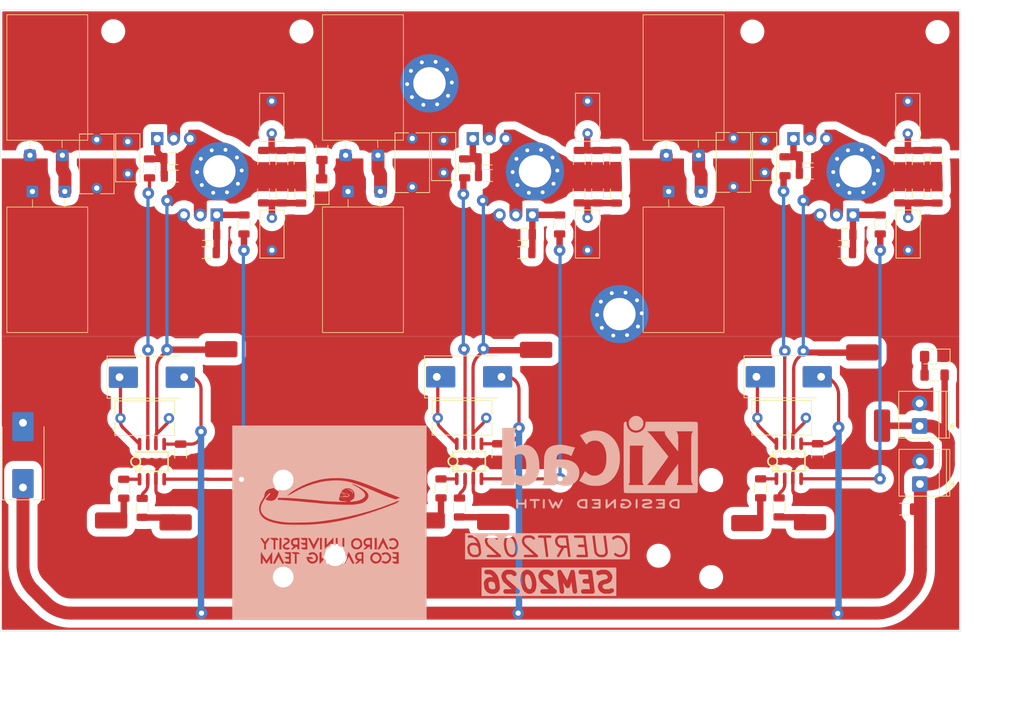
<source format=kicad_pcb>
(kicad_pcb (version 20241229) (generator "pcbnew") (generator_version "9.0")
  (layers (0 "F.Cu" signal) (2 "B.Cu" signal) (13 "F.Paste" user) (15 "B.Paste" user) (5 "F.SilkS" user "F.Silkscreen") (7 "B.SilkS" user "B.Silkscreen") (1 "F.Mask" user) (3 "B.Mask" user) (25 "Edge.Cuts" user))
  (net 0 "")
  (net 1 "+12V")
  (net 2 "VDCH")
  (net 3 "Net-(Q2-G)")
  (net 4 "Net-(Q1-G)")
  (net 5 "Net-(Q4-G)")
  (net 6 "Net-(Q3-G)")
  (net 7 "Net-(Q6-G)")
  (net 8 "Net-(Q5-G)")
  (net 9 "Net-(U3-IN)")
  (net 10 "Net-(U3-~{SD})")
  (net 11 "Net-(D4-K)")
  (net 12 "Net-(D3-A)")
  (net 13 "Net-(D5-K)")
  (net 14 "Net-(C10-Pad2)")
  (net 15 "Net-(C11-Pad1)")
  (net 16 "GND")
  (net 17 "/PhaseA")
  (net 18 "/PhaseB")
  (net 19 "/PhaseC")
  (net 20 "/A_IN")
  (net 21 "/A_nSD")
  (net 22 "/B_IN")
  (net 23 "Net-(D6-K)")
  (net 24 "/B_nSD")
  (net 25 "Net-(C17-Pad2)")
  (net 26 "/C_IN")
  (net 27 "Net-(C18-Pad1)")
  (net 28 "/C_nSD")
  (net 29 "Net-(C24-Pad2)")
  (net 30 "Net-(C25-Pad1)")
  (net 31 "Net-(D2-A)")
  (net 32 "Net-(U1-IN)")
  (net 33 "Net-(U1-~{SD})")
  (net 34 "Net-(U2-IN)")
  (net 35 "Net-(U2-~{SD})")
  (net 36 "/GateDriveA/LS_GateSig")
  (net 37 "/GateDriveA/HS_GateSig")
  (net 38 "/GateDriveB/LS_GateSig")
  (net 39 "/GateDriveB/HS_GateSig")
  (net 40 "/GateDriveC/LS_GateSig")
  (net 41 "/GateDriveC/HS_GateSig")
  (footprint "Resistor_SMD:R_1206_3216Metric" (layer "F.Cu") (at 238.755056 92.4575 90)
    (property "Reference" "R7" (hide yes))
    (property "Value" "100")
  )
  (footprint "LibMain:B2B_Mount" (layer "F.Cu") (at 199.395 103.175)
    (property "Reference" "REF**" (hide yes))
    (property "Value" "B2B_Mount")
  )
  (footprint "LibMain:D5mm_WirePad" (layer "F.Cu") (at 155.055 43.449999)
    (property "Reference" "J9" (hide yes))
    (property "Value" "Screw_Terminal_01x01")
  )
  (footprint "Capacitor_THT:C_Rect_L7.2mm_W3.5mm_P5.00mm_FKS2_FKP2_MKS2_MKP2" (layer "F.Cu") (at 163.205 50.649999 -90)
    (property "Reference" "C11" (hide yes))
    (property "Value" "3.3nF")
  )
  (footprint "Resistor_SMD:R_1206_3216Metric" (layer "F.Cu") (at 266.0075 46.899999 -90)
    (property "Reference" "R38" (hide yes))
    (property "Value" "100")
  )
  (footprint "Resistor_SMD:R_1206_3216Metric" (layer "F.Cu") (at 140.297556 92.52 90)
    (property "Reference" "R3" (hide yes))
    (property "Value" "100")
  )
  (footprint "Capacitor_THT:C_Rect_L9.0mm_W5.1mm_P7.50mm_MKT" (layer "F.Cu") (at 139.795 81.625)
    (property "Reference" "C2" (hide yes))
    (property "Value" "470nF")
  )
  (footprint "LibMain:WirePad_2.5x5" (layer "F.Cu") (at 246.395 98.65)
    (property "Reference" "J21" (hide yes))
    (property "Value" "Conn_01x01_Pin")
  )
  (footprint "LibMain:CP_Radial_Horizontal_P5.00_Up" (layer "F.Cu") (at 226.858541 46.6 180)
    (property "Reference" "C27" (hide yes))
    (property "Value" "220uF")
  )
  (footprint "LibMain:WirePad_2.5x5" (layer "F.Cu") (at 197.42 98.6)
    (property "Reference" "J19" (hide yes))
    (property "Value" "Conn_01x01_Pin")
  )
  (footprint "MountingHole:MountingHole_3.2mm_M3_DIN965" (layer "F.Cu") (at 237.47 21.85)
    (property "Reference" "H2" (hide yes))
    (property "Value" "MountingHole")
  )
  (footprint "Resistor_SMD:R_1206_3216Metric" (layer "F.Cu") (at 213.545 41.699999 -90)
    (property "Reference" "R25" (hide yes))
    (property "Value" "100")
  )
  (footprint "Resistor_SMD:R_1206_3216Metric" (layer "F.Cu") (at 263.1075 46.887499 -90)
    (property "Reference" "R36" (hide yes))
    (property "Value" "100")
  )
  (footprint "TerminalBlock_Phoenix:TerminalBlock_Phoenix_PT-1,5-2-3.5-H_1x02_P3.50mm_Horizontal" (layer "F.Cu") (at 263.37 91.8 90)
    (property "Reference" "J1" (hide yes))
    (property "Value" "12V_IN")
  )
  (footprint "LibMain:CP_Radial_Horizontal_P5.00_Up" (layer "F.Cu") (at 128.506041 46.599999 180)
    (property "Reference" "C13" (hide yes))
    (property "Value" "220uF")
  )
  (footprint "Resistor_SMD:R_1206_3216Metric" (layer "F.Cu") (at 260.2575 46.874999 -90)
    (property "Reference" "R34" (hide yes))
    (property "Value" "100")
  )
  (footprint "MountingHole:MountingHole_3.2mm_M3_DIN965" (layer "F.Cu") (at 266.095 21.925)
    (property "Reference" "H4" (hide yes))
    (property "Value" "MountingHole")
  )
  (footprint "LED_SMD:LED_1206_3216Metric_Pad1.42x1.75mm_HandSolder" (layer "F.Cu") (at 265.5825 72.075 180)
    (property "Reference" "D2" (hide yes))
    (property "Value" "LED")
  )
  (footprint "LibMain:WirePad_2.5x5" (layer "F.Cu") (at 254.97 26.7)
    (property "Reference" "J7" (hide yes))
    (property "Value" "Conn_01x01_Pin")
  )
  (footprint "Resistor_SMD:R_1206_3216Metric" (layer "F.Cu") (at 158.8825 51.669999 90)
    (property "Reference" "R9" (hide yes))
    (property "Value" "25")
  )
  (footprint "Capacitor_THT:C_Rect_L9.0mm_W5.1mm_P7.50mm_MKT" (layer "F.Cu") (at 188.84 81.575)
    (property "Reference" "C4" (hide yes))
    (property "Value" "470nF")
  )
  (footprint "LibMain:CP_Radial_Horizontal_P5.00_Down" (layer "F.Cu") (at 226.583541 39.625 180)
    (property "Reference" "C28" (hide yes))
    (property "Value" "220uF")
  )
  (footprint "Capacitor_SMD:C_1206_3216Metric" (layer "F.Cu") (at 196.545 41.55)
    (property "Reference" "C16" (hide yes))
    (property "Value" "470pF")
  )
  (footprint "Resistor_SMD:R_1206_3216Metric" (layer "F.Cu") (at 265.9075 41.649999 -90)
    (property "Reference" "R37" (hide yes))
    (property "Value" "100")
  )
  (footprint "Resistor_SMD:R_1206_3216Metric" (layer "F.Cu") (at 251.485 56.019999)
    (property "Reference" "R31" (hide yes))
    (property "Value" "10k")
  )
  (footprint "Resistor_SMD:R_1206_3216Metric" (layer "F.Cu") (at 260.2825 41.687499 -90)
    (property "Reference" "R33" (hide yes))
    (property "Value" "100")
  )
  (footprint "Resistor_SMD:R_1206_3216Metric" (layer "F.Cu") (at 153.1325 56.019999)
    (property "Reference" "R11" (hide yes))
    (property "Value" "10k")
  )
  (footprint "EasyEDA:SOIC-8_L5.0-W4.0-P1.27-LS6.0-BL" (layer "F.Cu") (at 193.69 88.285)
    (property "Reference" "U2" (hide yes))
    (property "Value" "IR2184SPBF")
  )
  (footprint "Capacitor_THT:C_Rect_L9.0mm_W5.1mm_P7.50mm_MKT" (layer "F.Cu") (at 238.2525 81.5625)
    (property "Reference" "C6" (hide yes))
    (property "Value" "470nF")
  )
  (footprint "LibMain:WirePad_2.5x5" (layer "F.Cu") (at 254.47 72.4)
    (property "Reference" "J12" (hide yes))
    (property "Value" "Conn_01x01_Pin")
  )
  (footprint "Resistor_SMD:R_1206_3216Metric" (layer "F.Cu") (at 213.545 46.887499 -90)
    (property "Reference" "R26" (hide yes))
    (property "Value" "100")
  )
  (footprint "LibMain:CP_Radial_Horizontal_P5.00_Up" (layer "F.Cu") (at 177.296041 46.6 180)
    (property "Reference" "C20" (hide yes))
    (property "Value" "220uF")
  )
  (footprint "TerminalBlock_Phoenix:TerminalBlock_Phoenix_PT-1,5-2-3.5-H_1x02_P3.50mm_Horizontal" (layer "F.Cu") (at 263.32 82.825 90)
    (property "Reference" "J2" (hide yes))
    (property "Value" "12V_IN")
  )
  (footprint "Capacitor_THT:C_Rect_L7.2mm_W3.5mm_P5.00mm_FKS2_FKP2_MKS2_MKP2" (layer "F.Cu") (at 163.175 32.6 -90)
    (property "Reference" "C10" (hide yes))
    (property "Value" "3.3nF")
  )
  (footprint "LibMain:CP_Radial_Horizontal_P5.00_Down" (layer "F.Cu") (at 128.231041 39.624999 180)
    (property "Reference" "C14" (hide yes))
    (property "Value" "220uF")
  )
  (footprint "LibMain:D5mm_WirePad" (layer "F.Cu") (at 203.845 43.449999)
    (property "Reference" "J10" (hide yes))
    (property "Value" "Screw_Terminal_01x01")
  )
  (footprint "Capacitor_THT:C_Rect_L9.0mm_W5.1mm_P7.50mm_MKT" (layer "F.Cu") (at 136.125 38.55 -90)
    (property "Reference" "C12" (hide yes))
    (property "Value" "1uF")
  )
  (footprint "Diode_SMD:D_SMC-RM10_Universal_Handsoldering" (layer "F.Cu") (at 243.1025 75.2125)
    (property "Reference" "D6" (hide yes))
    (property "Value" "SS310")
  )
  (footprint "Resistor_SMD:R_1206_3216Metric" (layer "F.Cu") (at 246.195 43.75 180)
    (property "Reference" "R32" (hide yes))
    (property "Value" "10k")
  )
  (footprint "LibMain:WirePad_2.5x5" (layer "F.Cu") (at 213.32 75 90)
    (property "Reference" "J8" (hide yes))
    (property "Value" "Conn_01x01_Pin")
  )
  (footprint "Resistor_SMD:R_1206_3216Metric" (layer "F.Cu") (at 144.275 43 90)
    (property "Reference" "R10" (hide yes))
    (property "Value" "25")
  )
  (footprint "LibMain:CP_Radial_Horizontal_P5.00_Down" (layer "F.Cu") (at 177.021041 39.625 180)
    (property "Reference" "C21" (hide yes))
    (property "Value" "220uF")
  )
  (footprint "LibMain:WirePad_2.5x5" (layer "F.Cu") (at 258.47 82.775 90)
    (property "Reference" "J3" (hide yes))
    (property "Value" "Conn_01x01_Pin")
  )
  (footprint "Capacitor_THT:C_Rect_L9.0mm_W5.1mm_P7.50mm_MKT" (layer "F.Cu") (at 184.9 38.375 -90)
    (property "Reference" "C19" (hide yes))
    (property "Value" "1uF")
  )
  (footprint "LibMain:D5mm_WirePad" (layer "F.Cu") (at 187.534582 29.851732)
    (property "Reference" "J5" (hide yes))
    (property "Value" "Screw_Terminal_01x01")
  )
  (footprint "Capacitor_SMD:C_1206_3216Metric" (layer "F.Cu") (at 153.1825 53.219999 180)
    (property "Reference" "C8" (hide yes))
    (property "Value" "470pF")
  )
  (footprint "Resistor_SMD:R_1206_3216Metric_Pad1.30x1.75mm_HandSolder" (layer "F.Cu") (at 265.645 74.95 180)
    (property "Reference" "R1" (hide yes))
    (property "Value" "10k")
  )
  (footprint "Capacitor_THT:C_Rect_L7.2mm_W3.5mm_P5.00mm_FKS2_FKP2_MKS2_MKP2" (layer "F.Cu") (at 261.5 32.625 -90)
    (property "Reference" "C24" (hide yes))
    (property "Value" "3.3nF")
  )
  (footprint "LibMain:WirePad_2.5x5" (layer "F.Cu") (at 155.37 71.9)
    (property "Reference" "J14" (hide yes))
    (property "Value" "Conn_01x01_Pin")
  )
  (footprint "Resistor_SMD:R_1206_3216Metric_Pad1.30x1.75mm_HandSolder" (layer "F.Cu") (at 170.945 40.15 -90)
    (property "Reference" "R2" (hide yes))
    (property "Value" "10k")
  )
  (footprint "Resistor_SMD:R_1206_3216Metric" (layer "F.Cu") (at 242.525 42.675 90)
    (property "Reference" "R30" (hide yes))
    (property "Value" "25")
  )
  (footprint "Resistor_SMD:R_1206_3216Metric" (layer "F.Cu") (at 189.342556 92.47 90)
    (property "Reference" "R5" (hide yes))
    (property "Value" "100")
  )
  (footprint "LibMain:WirePad_2.5x5" (layer "F.Cu") (at 218.745 75.025 90)
    (property "Reference" "J11" (hide yes))
    (property "Value" "Conn_01x01_Pin")
  )
  (footprint "LibMain:WirePad_2.5x5" (layer "F.Cu") (at 204.045 70.1 180)
    (property "Reference" "J15" (hide yes))
    (property "Value" "Conn_01x01_Pin")
  )
  (footprint "Resistor_SMD:R_1206_3216Metric" (layer "F.Cu") (at 167.655 46.899999 -90)
    (property "Reference" "R18" (hide yes))
    (property "Value" "100")
  )
  (footprint "Capacitor_SMD:C_1206_3216Metric" (layer "F.Cu") (at 246.195 41.25)
    (property "Reference" "C23" (hide yes))
    (property "Value" "470pF")
  )
  (footprint "Resistor_SMD:R_1206_3216Metric" (layer "F.Cu") (at 216.445 46.899999 -90)
    (property "Reference" "R28" (hide yes))
    (property "Value" "100")
  )
  (footprint "Resistor_SMD:R_1206_3216Metric" (layer "F.Cu") (at 257.235 51.669999 90)
    (property "Reference" "R29" (hide yes))
    (property "Value" "25")
  )
  (footprint "Capacitor_SMD:C_1206_3216Metric" (layer "F.Cu") (at 251.535 53.219999 180)
    (property "Reference" "C22" (hide yes))
    (property "Value" "470pF")
  )
  (footprint "LibMain:WirePad_2.5x5" (layer "F.Cu") (at 254.97 30.75)
    (property "Reference" "J13" (hide yes))
    (property "Value" "Conn_01x01_Pin")
  )
  (footprint "Capacitor_THT:C_Rect_L7.2mm_W3.5mm_P5.00mm_FKS2_FKP2_MKS2_MKP2" (layer "F.Cu") (at 261.5575 50.649999 -90)
    (property "Reference" "C25" (hide yes))
    (property "Value" "3.3nF")
  )
  (footprint "Capacitor_THT:C_Rect_L7.2mm_W3.5mm_P5.00mm_FKS2_FKP2_MKS2_MKP2" (layer "F.Cu") (at 211.995 50.649999 -90)
    (property "Reference" "C18" (hide yes))
    (property "Value" "3.3nF")
  )
  (footprint "Resistor_SMD:R_1206_3216Metric" (layer "F.Cu") (at 167.555 41.649999 -90)
    (property "Reference" "R17" (hide yes))
    (property "Value" "100")
  )
  (footprint "Resistor_SMD:R_1206_3216Metric" (layer "F.Cu") (at 193 43 90)
    (property "Reference" "R20" (hide yes))
    (property "Value" "25")
  )
  (footprint "LibMain:D5mm_WirePad" (layer "F.Cu") (at 253.4075 43.449999)
    (property "Reference" "J23" (hide yes))
    (property "Value" "Screw_Terminal_01x01")
  )
  (footprint "LibMain:DinRailPCBClip_P15" (layer "F.Cu") (at 164.895 97.375)
    (property "Reference" "DRA1" (hide yes))
    (property "Value" "DIN_Rail_Adapter")
  )
  (footprint "Resistor_SMD:R_1206_3216Metric" (layer "F.Cu") (at 164.755 41.699999 -90)
    (property "Reference" "R15" (hide yes))
    (property "Value" "100")
  )
  (footprint "Diode_SMD:D_SMC-RM10_Universal_Handsoldering" (layer "F.Cu") (at 124.72 87.325 90)
    (property "Reference" "D1" (hide yes))
    (property "Value" "D_Schottky")
  )
  (footprint "Capacitor_THT:C_Rect_L7.2mm_W3.5mm_P5.00mm_FKS2_FKP2_MKS2_MKP2" (layer "F.Cu") (at 239.375 38.65 -90)
    (property "Reference" "C29" (hide yes))
    (property "Value" "10nF")
  )
  (footprint "LibMain:WirePad_2.5x5" (layer "F.Cu") (at 187.445 98.375)
    (property "Reference" "J18" (hide yes))
    (property "Value" "Conn_01x01_Pin")
  )
  (footprint "Resistor_SMD:R_1206_3216Metric" (layer "F.Cu") (at 161.93 41.687499 -90)
    (property "Reference" "R13" (hide yes))
    (property "Value" "100")
  )
  (footprint "LED_SMD:LED_1206_3216Metric_Pad1.42x1.75mm_HandSolder" (layer "F.Cu") (at 170.895 46.1 90)
    (property "Reference" "D3" (hide yes))
    (property "Value" "LED")
  )
  (footprint "Capacitor_SMD:C_1206_3216Metric" (layer "F.Cu") (at 198.14 87.05 -90)
    (property "Reference" "C5" (hide yes))
    (property "Value" "4.7uF-50V")
  )
  (footprint "EasyEDA:SOIC-8_L5.0-W4.0-P1.27-LS6.0-BL" (layer "F.Cu") (at 144.645 88.335)
    (property "Reference" "U1" (hide yes))
    (property "Value" "IR2184SPBF")
  )
  (footprint "Resistor_SMD:R_1206_3216Metric" (layer "F.Cu") (at 143.147556 95.47 90)
    (property "Reference" "R4" (hide yes))
    (property "Value" "100")
  )
  (footprint "MountingHole:MountingHole_3.2mm_M3_DIN965" (layer "F.Cu") (at 138.67 21.8)
    (property "Reference" "H1" (hide yes))
    (property "Value" "MountingHole")
  )
  (footprint "Resistor_SMD:R_1206_3216Metric" (layer "F.Cu") (at 210.695 46.874999 -90)
    (property "Reference" "R24" (hide yes))
    (property "Value" "100")
  )
  (footprint "LibMain:WirePad_2.5x5" (layer "F.Cu") (at 222.995 74.95 -90)
    (property "Reference" "J4" (hide yes))
    (property "Value" "Conn_01x01_Pin")
  )
  (footprint "Capacitor_THT:C_Rect_L7.2mm_W3.5mm_P5.00mm_FKS2_FKP2_MKS2_MKP2" (layer "F.Cu") (at 140.925 38.85 -90)
    (property "Reference" "C30" (hide yes))
    (property "Value" "10nF")
  )
  (footprint "LibMain:D5mm_WirePad" (layer "F.Cu") (at 216.895 65.525)
    (property "Reference" "J6" (hide yes))
    (property "Value" "Screw_Terminal_01x01")
  )
  (footprint "Capacitor_SMD:C_1206_3216Metric" (layer "F.Cu") (at 201.9725 53.219999 180)
    (property "Reference" "C15" (hide yes))
    (property "Value" "470pF")
  )
  (footprint "Diode_SMD:D_SMC-RM10_Universal_Handsoldering" (layer "F.Cu") (at 144.645 75.275)
    (property "Reference" "D4" (hide yes))
    (property "Value" "SS310")
  )
  (footprint "Resistor_SMD:R_1206_3216Metric" (layer "F.Cu") (at 148.0325 44.2 180)
    (property "Reference" "R12" (hide yes))
    (property "Value" "10k")
  )
  (footprint "LibMain:WirePad_2.5x5" (layer "F.Cu") (at 148.32 98.675)
    (property "Reference" "J17" (hide yes))
    (property "Value" "Conn_01x01_Pin")
  )
  (footprint "Capacitor_SMD:C_1206_3216Metric" (layer "F.Cu") (at 260.92 95.675 180)
    (property "Reference" "C1" (hide yes))
    (property "Value" "10uF")
  )
  (footprint "LibMain:WirePad_2.5x5" (layer "F.Cu") (at 230.795 74.875 90)
    (property "Reference" "J22" (hide yes))
    (property "Value" "Conn_01x01_Pin")
  )
  (footprint "Resistor_SMD:R_1206_3216Metric" (layer "F.Cu") (at 201.9225 56.019999)
    (property "Reference" "R21" (hide yes))
    (property "Value" "10k")
  )
  (footprint "Capacitor_SMD:C_1206_3216Metric" (layer "F.Cu") (at 247.5525 87.0375 -90)
    (property "Reference" "C7" (hide yes))
    (property "Value" "4.7uF-50V")
  )
  (footprint "Capacitor_SMD:C_1206_3216Metric" (layer "F.Cu") (at 149.095 87.1 -90)
    (property "Reference" "C3" (hide yes))
    (property "Value" "4.7uF-50V")
  )
  (footprint "Resistor_SMD:R_1206_3216Metric" (layer "F.Cu") (at 207.6725 51.669999 90)
    (property "Reference" "R19" (hide yes))
    (property "Value" "25")
  )
  (footprint "EasyEDA:SOIC-8_L5.0-W4.0-P1.27-LS6.0-BL" (layer "F.Cu") (at 243.1025 88.2725)
    (property "Reference" "U3" (hide yes))
    (property "Value" "IR2184SPBF")
  )
  (footprint "Capacitor_THT:C_Rect_L9.0mm_W5.1mm_P7.50mm_MKT" (layer "F.Cu") (at 234.55 38.325 -90)
    (property "Reference" "C26" (hide yes))
    (property "Value" "1uF")
  )
  (footprint "LibMain:DinRailPCBClip_P15" (layer "F.Cu") (at 231.045 97.375)
    (property "Reference" "DRA2" (hide yes))
    (property "Value" "DIN_Rail_Adapter")
  )
  (footprint "Resistor_SMD:R_1206_3216Metric" (layer "F.Cu") (at 216.345 41.649999 -90)
    (property "Reference" "R27" (hide yes))
    (property "Value" "100")
  )
  (footprint "Resistor_SMD:R_1206_3216Metric" (layer "F.Cu") (at 196.595 44.1 180)
    (property "Reference" "R22" (hide yes))
    (property "Value" "10k")
  )
  (footprint "Resistor_SMD:R_1206_3216Metric" (layer "F.Cu") (at 164.755 46.887499 -90)
    (property "Reference" "R16" (hide yes))
    (property "Value" "100")
  )
  (footprint "Capacitor_THT:C_Rect_L7.2mm_W3.5mm_P5.00mm_FKS2_FKP2_MKS2_MKP2" (layer "F.Cu") (at 212 32.6 -90)
    (property "Reference" "C17" (hide yes))
    (property "Value" "3.3nF")
  )
  (footprint "Capacitor_SMD:C_1206_3216Metric" (layer "F.Cu") (at 147.97 41.5)
    (property "Reference" "C9" (hide yes))
    (property "Value" "470pF")
  )
  (footprint "Diode_SMD:D_SMC-RM10_Universal_Handsoldering" (layer "F.Cu") (at 193.69 75.225)
    (property "Reference" "D5" (hide yes))
    (property "Value" "SS310")
  )
  (footprint "MountingHole:MountingHole_3.2mm_M3_DIN965" (layer "F.Cu") (at 167.77 21.85)
    (property "Reference" "H3" (hide yes))
    (property "Value" "MountingHole")
  )
  (footprint "Resistor_SMD:R_1206_3216Metric" (layer "F.Cu") (at 263.1075 41.699999 -90)
    (property "Reference" "R35" (hide yes))
    (property "Value" "100")
  )
  (footprint "LibMain:WirePad_2.5x5" (layer "F.Cu") (at 236.695 98.775)
    (property "Reference" "J20" (hide yes))
    (property "Value" "Conn_01x01_Pin")
  )
  (footprint "Resistor_SMD:R_1206_3216Metric" (layer "F.Cu") (at 161.905 46.874999 -90)
    (property "Reference" "R14" (hide yes))
    (property "Value" "100")
  )
  (footprint "Resistor_SMD:R_1206_3216Metric" (layer "F.Cu") (at 241.605056 95.4075 90)
    (property "Reference" "R8" (hide yes))
    (property "Value" "100")
  )
  (footprint "Resistor_SMD:R_1206_3216Metric" (layer "F.Cu") (at 192.192556 95.42 90)
    (property "Reference" "R6" (hide yes))
    (property "Value" "100")
  )
  (footprint "Resistor_SMD:R_1206_3216Metric" (layer "F.Cu") (at 210.72 41.687499 -90)
    (property "Reference" "R23" (hide yes))
    (property "Value" "100")
  )
  (footprint "LibMain:WirePad_2.5x5" (layer "F.Cu") (at 138.345 98.375)
    (property "Reference" "J16" (hide yes))
    (property "Value" "Conn_01x01_Pin")
  )
  (footprint "Capacitor_THT:C_Rect_L7.2mm_W3.5mm_P5.00mm_FKS2_FKP2_MKS2_MKP2" (layer "F.Cu") (at 189.75 38.675 -90)
    (property "Reference" "C31" (hide yes))
    (property "Value" "10nF")
  )
  (footprint "LibMain:TO-220-3_Horizontal_TabUp" (layer "B.Cu") (at 145.475 38.399999)
    (property "Reference" "Q1" (hide yes))
    (property "Value" "IRF1407")
  )
  (footprint "LibMain:TO-220-3_Horizontal_TabUp" (layer "B.Cu") (at 194.265 38.4)
    (property "Reference" "Q3" (hide yes))
    (property "Value" "IRF1407")
  )
  (footprint "LibMain:TO-220-3_Horizontal_TabUp" (layer "B.Cu") (at 203.4625 50.189999 180)
    (property "Reference" "Q4" (hide yes))
    (property "Value" "IRF1407")
  )
  (footprint "LibMain:TO-220-3_Horizontal_TabUp" (layer "B.Cu") (at 243.8275 38.4)
    (property "Reference" "Q5" (hide yes))
    (property "Value" "IRF1407")
  )
  (footprint "LibMain:TO-220-3_Horizontal_TabUp" (layer "B.Cu") (at 154.6725 50.189999 180)
    (property "Reference" "Q2" (hide yes))
    (property "Value" "IRF1407")
  )
  (footprint "LibMain:TO-220-3_Horizontal_TabUp" (layer "B.Cu") (at 253.025 50.189999 180)
    (property "Reference" "Q6" (hide yes))
    (property "Value" "IRF1407")
  )
  (footprint "LOGO" (layer "B.Cu") (at 172.095 97.775 180)
    (property "Reference" "G***" (hide yes))
    (property "Value" "LOGO" (hide yes))
  )
  (footprint "Symbol:KiCad-Logo2_12mm_SilkScreen" (layer "B.Cu") (at 213.805108 87.192106 180)
    (property "Reference" "H5" (hide yes))
    (property "Value" "MountingHole" (hide yes))
  )
  (gr_rect (start 121.195 18.475) (end 269.695 114.575) (stroke (width 0.05)) (fill no) (layer "Edge.Cuts"))
  (gr_text "CUERT2026" (at 218.97 101.55 0) (layer "B.SilkS" knockout) (effects (font (size 3 3) (thickness 0.375) (italic yes)) (justify left mirror)))
  (gr_text "SEM2026" (at 216.77 107.05 0) (layer "B.SilkS" knockout) (effects (font (size 3 3) (thickness 0.7) (bold yes) (italic yes)) (justify left mirror)))
  (segment (start 247.7025 85.5625) (end 245.0025 85.5625) (width 0.5) (layer "F.Cu") (net 1))
  (segment (start 201.395 77.188172) (end 201.395 83.125) (width 0.5) (layer "F.Cu") (net 1))
  (segment (start 199.4675 75.225) (end 198.69 75.225) (width 0.5) (layer "F.Cu") (net 1))
  (segment (start 257.52 82.775) (end 263.27 82.775) (width 1) (layer "F.Cu") (net 1))
  (segment (start 151.695 75.825) (end 151.67533 75.80533) (width 0.5) (layer "F.Cu") (net 1))
  (segment (start 248.6425 75.2125) (end 248.1025 75.2125) (width 0.5) (layer "F.Cu") (net 1))
  (segment (start 267.77 85.465684) (end 267.77 88.641852) (width 2) (layer "F.Cu") (net 1))
  (segment (start 198.29 85.575) (end 195.59 85.575) (width 0.5) (layer "F.Cu") (net 1))
  (segment (start 150.708603 85.625) (end 149.095 85.625) (width 0.5) (layer "F.Cu") (net 1))
  (segment (start 267.195 83.7159) (end 267.195 74.95) (width 1) (layer "F.Cu") (net 1))
  (segment (start 249.988895 84.926103) (end 250.407859 84.50714) (width 0.5) (layer "F.Cu") (net 1))
  (segment (start 149.245 85.625) (end 146.545 85.625) (width 0.5) (layer "F.Cu") (net 1))
  (segment (start 250.795 77.965209) (end 250.795 83.025) (width 0.5) (layer "F.Cu") (net 1))
  (segment (start 261.851207 108.818792) (end 260.513792 110.156206) (width 2) (layer "F.Cu") (net 1))
  (segment (start 124.72 104.321036) (end 124.72 92.325) (width 2) (layer "F.Cu") (net 1))
  (segment (start 151.794999 85.174999) (end 151.873768 85.096231) (width 0.5) (layer "F.Cu") (net 1))
  (segment (start 249.98875 76.01875) (end 249.564337 75.594337) (width 0.5) (layer "F.Cu") (net 1))
  (segment (start 263.445 91.928033) (end 263.445 101.493144) (width 2) (layer "F.Cu") (net 1))
  (segment (start 150.395 75.275) (end 149.645 75.275) (width 0.5) (layer "F.Cu") (net 1))
  (segment (start 152.245 77.152817) (end 152.245 83.675) (width 0.5) (layer "F.Cu") (net 1))
  (segment (start 266.844999 90.874999) (end 266.821561 90.898438) (width 2) (layer "F.Cu") (net 1))
  (segment (start 263.32 82.825) (end 264.793438 82.825) (width 2) (layer "F.Cu") (net 1))
  (segment (start 248.4525 85.5625) (end 247.5525 85.5625) (width 0.5) (layer "F.Cu") (net 1))
  (segment (start 201.395 83.125) (end 201.395 83.7) (width 0.5) (layer "F.Cu") (net 1))
  (segment (start 263.27 82.775) (end 263.32 82.825) (width 1) (layer "F.Cu") (net 1))
  (segment (start 264.645 91.8) (end 263.423033 91.8) (width 2) (layer "F.Cu") (net 1))
  (segment (start 200.744999 84.924999) (end 200.988413 84.681586) (width 0.5) (layer "F.Cu") (net 1))
  (segment (start 266.3325 83.4625) (end 267.37 84.5) (width 2) (layer "F.Cu") (net 1))
  (segment (start 250.795 83.5725) (end 250.795 83.025) (width 0.5) (layer "F.Cu") (net 1))
  (segment (start 263.445 101.493144) (end 263.445 104.971036) (width 2) (layer "F.Cu") (net 1))
  (segment (start 200.794775 75.774775) (end 200.82 75.8) (width 0.5) (layer "F.Cu") (net 1))
  (segment (start 199.175761 85.575) (end 198.14 85.575) (width 0.5) (layer "F.Cu") (net 1))
  (segment (start 152.32 111.75) (end 132.148963 111.75) (width 2) (layer "F.Cu") (net 1))
  (segment (start 152.245 84.2) (end 152.245 83.675) (width 0.5) (layer "F.Cu") (net 1))
  (segment (start 256.666036 111.75) (end 152.32 111.75) (width 2) (layer "F.Cu") (net 1))
  (segment (start 128.301207 110.156207) (end 126.313792 108.168792) (width 2) (layer "F.Cu") (net 1))
  (via (at 201.395 83.125) (size 1.8) (drill 0.8) (layers "F.Cu" "B.Cu") (net 1))
  (via (at 201.27 111.75) (size 1.8) (drill 0.8) (layers "F.Cu" "B.Cu") (net 1))
  (via (at 152.245 83.675) (size 1.8) (drill 0.8) (layers "F.Cu" "B.Cu") (net 1))
  (via (at 152.32 111.75) (size 1.8) (drill 0.8) (layers "F.Cu" "B.Cu") (net 1))
  (via (at 250.67 111.8) (size 1.8) (drill 0.8) (layers "F.Cu" "B.Cu") (net 1))
  (via (at 250.795 83.025) (size 1.8) (drill 0.8) (layers "F.Cu" "B.Cu") (net 1))
  (arc (start 201.395 83.7) (mid 201.289331 84.23123) (end 200.988413 84.681586) (width 0.5) (layer "F.Cu") (net 1))
  (arc (start 267.37 84.5) (mid 267.666043 84.94306) (end 267.77 85.465684) (width 2) (layer "F.Cu") (net 1))
  (arc (start 263.423033 91.8) (mid 263.402738 91.81356) (end 263.4075 91.8375) (width 2) (layer "F.Cu") (net 1))
  (arc (start 200.744999 84.924999) (mid 200.025026 85.40607) (end 199.175761 85.575) (width 0.5) (layer "F.Cu") (net 1))
  (arc (start 249.98875 76.01875) (mid 250.585462 76.911793) (end 250.795 77.965209) (width 0.5) (layer "F.Cu") (net 1))
  (arc (start 260.513792 110.156206) (mid 258.748426 111.335786) (end 256.666036 111.75) (width 2) (layer "F.Cu") (net 1))
  (arc (start 132.148963 111.75) (mid 130.066572 111.335786) (end 128.301207 110.156207) (width 2) (layer "F.Cu") (net 1))
  (arc (start 249.564337 75.594337) (mid 249.141394 75.311736) (end 248.6425 75.2125) (width 0.5) (layer "F.Cu") (net 1))
  (arc (start 266.821561 90.898438) (mid 265.822946 91.565691) (end 264.645 91.8) (width 2) (layer "F.Cu") (net 1))
  (arc (start 267.77 88.641852) (mid 267.5296 89.850422) (end 266.844999 90.874999) (width 2) (layer "F.Cu") (net 1))
  (arc (start 126.313792 108.168792) (mid 125.134213 106.403426) (end 124.72 104.321036) (width 2) (layer "F.Cu") (net 1))
  (arc (start 249.988895 84.926103) (mid 249.283991 85.397105) (end 248.4525 85.5625) (width 0.5) (layer "F.Cu") (net 1))
  (arc (start 151.67533 75.80533) (mid 151.087909 75.412828) (end 150.395 75.275) (width 0.5) (layer "F.Cu") (net 1))
  (arc (start 200.82 75.8) (mid 201.245562 76.436898) (end 201.395 77.188172) (width 0.5) (layer "F.Cu") (net 1))
  (arc (start 263.445 104.971036) (mid 263.030786 107.053426) (end 261.851207 108.818792) (width 2) (layer "F.Cu") (net 1))
  (arc (start 264.793438 82.825) (mid 265.626372 82.99068) (end 266.3325 83.4625) (width 2) (layer "F.Cu") (net 1))
  (arc (start 151.695 75.825) (mid 152.102059 76.434207) (end 152.245 77.152817) (width 0.5) (layer "F.Cu") (net 1))
  (arc (start 200.794775 75.774775) (mid 200.185816 75.367881) (end 199.4675 75.225) (width 0.5) (layer "F.Cu") (net 1))
  (arc (start 250.795 83.5725) (mid 250.694385 84.078323) (end 250.407859 84.50714) (width 0.5) (layer "F.Cu") (net 1))
  (arc (start 151.794999 85.174999) (mid 151.296556 85.508048) (end 150.708603 85.625) (width 0.5) (layer "F.Cu") (net 1))
  (arc (start 263.4075 91.8375) (mid 263.435254 91.879036) (end 263.445 91.928033) (width 2) (layer "F.Cu") (net 1))
  (arc (start 152.245 84.2) (mid 152.148519 84.685036) (end 151.873768 85.096231) (width 0.5) (layer "F.Cu") (net 1))
  (segment (start 201.395 83.125) (end 201.395 111.536611) (width 1) (layer "B.Cu") (net 1))
  (segment (start 250.795 111.586611) (end 250.795 83.025) (width 1) (layer "B.Cu") (net 1))
  (segment (start 152.32 111.75) (end 152.2825 111.7125) (width 1) (layer "B.Cu") (net 1))
  (segment (start 250.7325 111.7375) (end 250.67 111.8) (width 1) (layer "B.Cu") (net 1))
  (segment (start 201.3325 111.6875) (end 201.27 111.75) (width 1) (layer "B.Cu") (net 1))
  (segment (start 152.245 83.675) (end 152.245 111.621966) (width 1) (layer "B.Cu") (net 1))
  (arc (start 201.395 111.536611) (mid 201.378756 111.618271) (end 201.3325 111.6875) (width 1) (layer "B.Cu") (net 1))
  (arc (start 250.795 111.586611) (mid 250.778756 111.668271) (end 250.7325 111.7375) (width 1) (layer "B.Cu") (net 1))
  (arc (start 152.245 111.621966) (mid 152.254745 111.670962) (end 152.2825 111.7125) (width 1) (layer "B.Cu") (net 1))
  (segment (start 148.035 35.669999) (end 148.055 35.649999) (width 2) (layer "F.Cu") (net 2))
  (segment (start 130.806041 43.068933) (end 130.806041 40.974999) (width 2) (layer "F.Cu") (net 2))
  (segment (start 196.805 35.718284) (end 196.805 38.4) (width 2) (layer "F.Cu") (net 2))
  (segment (start 179.98302 46.56302) (end 179.971041 46.575) (width 2) (layer "F.Cu") (net 2))
  (segment (start 229.54552 46.56302) (end 229.533541 46.575) (width 2) (layer "F.Cu") (net 2))
  (segment (start 179.596041 43.068934) (end 179.596041 40.975) (width 2) (layer "F.Cu") (net 2))
  (segment (start 148.015 35.718283) (end 148.015 38.399999) (width 2) (layer "F.Cu") (net 2))
  (segment (start 229.158541 43.068934) (end 229.158541 40.975) (width 2) (layer "F.Cu") (net 2))
  (segment (start 246.3675 35.718284) (end 246.3675 38.4) (width 2) (layer "F.Cu") (net 2))
  (segment (start 196.825 35.67) (end 196.845 35.65) (width 2) (layer "F.Cu") (net 2))
  (segment (start 246.3875 35.67) (end 246.4075 35.65) (width 2) (layer "F.Cu") (net 2))
  (segment (start 131.205 46.534098) (end 131.205 44.032105) (width 2) (layer "F.Cu") (net 2))
  (segment (start 179.995 46.534099) (end 179.995 44.032106) (width 2) (layer "F.Cu") (net 2))
  (segment (start 131.19302 46.563019) (end 131.181041 46.574999) (width 2) (layer "F.Cu") (net 2))
  (segment (start 229.5575 46.534099) (end 229.5575 44.032106) (width 2) (layer "F.Cu") (net 2))
  (arc (start 179.596041 43.068934) (mid 179.647883 43.329566) (end 179.79552 43.55052) (width 2) (layer "F.Cu") (net 2))
  (arc (start 229.35802 43.55052) (mid 229.505656 43.771473) (end 229.5575 44.032106) (width 2) (layer "F.Cu") (net 2))
  (arc (start 131.00552 43.550519) (mid 131.153156 43.771472) (end 131.205 44.032105) (width 2) (layer "F.Cu") (net 2))
  (arc (start 179.79552 43.55052) (mid 179.943156 43.771473) (end 179.995 44.032106) (width 2) (layer "F.Cu") (net 2))
  (arc (start 196.825 35.67) (mid 196.810197 35.692152) (end 196.805 35.718284) (width 2) (layer "F.Cu") (net 2))
  (arc (start 229.5575 46.534099) (mid 229.554386 46.549751) (end 229.54552 46.56302) (width 2) (layer "F.Cu") (net 2))
  (arc (start 131.205 46.534098) (mid 131.201886 46.54975) (end 131.19302 46.563019) (width 2) (layer "F.Cu") (net 2))
  (arc (start 246.3875 35.67) (mid 246.372697 35.692152) (end 246.3675 35.718284) (width 2) (layer "F.Cu") (net 2))
  (arc (start 148.035 35.669999) (mid 148.020197 35.692151) (end 148.015 35.718283) (width 2) (layer "F.Cu") (net 2))
  (arc (start 179.995 46.534099) (mid 179.991886 46.549751) (end 179.98302 46.56302) (width 2) (layer "F.Cu") (net 2))
  (arc (start 229.158541 43.068934) (mid 229.210383 43.329566) (end 229.35802 43.55052) (width 2) (layer "F.Cu") (net 2))
  (arc (start 130.806041 43.068933) (mid 130.857883 43.329565) (end 131.00552 43.550519) (width 2) (layer "F.Cu") (net 2))
  (segment (start 158.87375 50.198749) (end 158.8825 50.207499) (width 1) (layer "F.Cu") (net 3))
  (segment (start 154.6725 55.887698) (end 154.6725 50.189999) (width 1) (layer "F.Cu") (net 3))
  (segment (start 154.6725 50.189999) (end 158.852625 50.189999) (width 1) (layer "F.Cu") (net 3))
  (segment (start 154.63375 55.981249) (end 154.595 56.019999) (width 1) (layer "F.Cu") (net 3))
  (arc (start 154.6725 55.887698) (mid 154.662429 55.938327) (end 154.63375 55.981249) (width 1) (layer "F.Cu") (net 3))
  (arc (start 158.87375 50.198749) (mid 158.864057 50.192273) (end 158.852625 50.189999) (width 1) (layer "F.Cu") (net 3))
  (segment (start 146.495 41.5) (end 146.495 44.125) (width 1) (layer "F.Cu") (net 4))
  (segment (start 144.045 41.5375) (end 146.4575 41.5375) (width 1) (layer "F.Cu") (net 4))
  (segment (start 146.495 44.125) (end 146.57 44.2) (width 1) (layer "F.Cu") (net 4))
  (segment (start 145.475 40.48) (end 146.495 41.5) (width 1) (layer "F.Cu") (net 4))
  (segment (start 146.4575 41.5375) (end 146.495 41.5) (width 1) (layer "F.Cu") (net 4))
  (segment (start 145.475 38.399999) (end 145.475 40.48) (width 1) (layer "F.Cu") (net 4))
  (segment (start 207.66375 50.198749) (end 207.6725 50.207499) (width 1) (layer "F.Cu") (net 5))
  (segment (start 203.4475 55.948661) (end 203.4475 53.22) (width 0.5) (layer "F.Cu") (net 5))
  (segment (start 203.47375 50.20125) (end 203.47125 50.19875) (width 0.5) (layer "F.Cu") (net 5))
  (segment (start 203.485 50.228409) (end 203.485 53.34) (width 0.5) (layer "F.Cu") (net 5))
  (segment (start 207.642625 50.189999) (end 203.474874 50.189999) (width 1) (layer "F.Cu") (net 5))
  (segment (start 203.44125 55.96375) (end 203.435 55.97) (width 0.5) (layer "F.Cu") (net 5))
  (segment (start 203.42375 55.981249) (end 203.385 56.019999) (width 1) (layer "F.Cu") (net 5))
  (segment (start 203.4625 55.887698) (end 203.4625 50.202373) (width 1) (layer "F.Cu") (net 5))
  (segment (start 203.492374 50.2075) (end 207.6725 50.2075) (width 0.5) (layer "F.Cu") (net 5))
  (arc (start 203.47375 50.20125) (mid 203.482076 50.21371) (end 203.485 50.228409) (width 0.5) (layer "F.Cu") (net 5))
  (arc (start 203.4625 50.202373) (mid 203.466124 50.193623) (end 203.474874 50.189999) (width 1) (layer "F.Cu") (net 5))
  (arc (start 203.47125 50.19875) (mid 203.47125 50.19875) (end 203.47125 50.19875) (width 0.5) (layer "F.Cu") (net 5))
  (arc (start 203.4625 55.887698) (mid 203.452429 55.938327) (end 203.42375 55.981249) (width 1) (layer "F.Cu") (net 5))
  (arc (start 203.47125 50.19875) (mid 203.465664 50.197638) (end 203.4625 50.202373) (width 0.5) (layer "F.Cu") (net 5))
  (arc (start 203.4475 55.948661) (mid 203.445875 55.956827) (end 203.44125 55.96375) (width 0.5) (layer "F.Cu") (net 5))
  (arc (start 207.66375 50.198749) (mid 207.654057 50.192273) (end 207.642625 50.189999) (width 1) (layer "F.Cu") (net 5))
  (arc (start 203.47125 50.19875) (mid 203.480941 50.205225) (end 203.492374 50.2075) (width 0.5) (layer "F.Cu") (net 5))
  (arc (start 203.474874 50.189999) (mid 203.470138 50.193163) (end 203.47125 50.19875) (width 1) (layer "F.Cu") (net 5))
  (segment (start 195.1325 41.6125) (end 195.07 41.55) (width 1) (layer "F.Cu") (net 6))
  (segment (start 194.265 40.745) (end 195.07 41.55) (width 1) (layer "F.Cu") (net 6))
  (segment (start 192.795 41.5375) (end 195.0575 41.5375) (width 1) (layer "F.Cu") (net 6))
  (segment (start 195.0575 41.5375) (end 195.07 41.55) (width 1) (layer "F.Cu") (net 6))
  (segment (start 195.1325 44.1) (end 195.1325 41.6125) (width 1) (layer "F.Cu") (net 6))
  (segment (start 194.265 38.4) (end 194.265 40.745) (width 1) (layer "F.Cu") (net 6))
  (segment (start 253.01 55.948661) (end 253.01 53.22) (width 0.5) (layer "F.Cu") (net 7))
  (segment (start 253.054874 50.2075) (end 257.235 50.2075) (width 0.5) (layer "F.Cu") (net 7))
  (segment (start 252.98625 55.981249) (end 252.9475 56.019999) (width 1) (layer "F.Cu") (net 7))
  (segment (start 253.03625 50.20125) (end 253.03375 50.19875) (width 0.5) (layer "F.Cu") (net 7))
  (segment (start 253.025 55.887698) (end 253.025 50.202373) (width 1) (layer "F.Cu") (net 7))
  (segment (start 257.22625 50.198749) (end 257.235 50.207499) (width 1) (layer "F.Cu") (net 7))
  (segment (start 253.00375 55.96375) (end 252.9975 55.97) (width 0.5) (layer "F.Cu") (net 7))
  (segment (start 253.0475 50.228409) (end 253.0475 53.34) (width 0.5) (layer "F.Cu") (net 7))
  (segment (start 257.205125 50.189999) (end 253.037374 50.189999) (width 1) (layer "F.Cu") (net 7))
  (arc (start 253.037374 50.189999) (mid 253.032638 50.193163) (end 253.03375 50.19875) (width 1) (layer "F.Cu") (net 7))
  (arc (start 257.22625 50.198749) (mid 257.216557 50.192273) (end 257.205125 50.189999) (width 1) (layer "F.Cu") (net 7))
  (arc (start 253.03625 50.20125) (mid 253.044576 50.21371) (end 253.0475 50.228409) (width 0.5) (layer "F.Cu") (net 7))
  (arc (start 253.025 55.887698) (mid 253.014929 55.938327) (end 252.98625 55.981249) (width 1) (layer "F.Cu") (net 7))
  (arc (start 253.01 55.948661) (mid 253.008375 55.956827) (end 253.00375 55.96375) (width 0.5) (layer "F.Cu") (net 7))
  (arc (start 253.025 50.202373) (mid 253.028624 50.193623) (end 253.037374 50.189999) (width 1) (layer "F.Cu") (net 7))
  (arc (start 253.03375 50.19875) (mid 253.043441 50.205225) (end 253.054874 50.2075) (width 0.5) (layer "F.Cu") (net 7))
  (arc (start 253.03375 50.19875) (mid 253.03375 50.19875) (end 253.03375 50.19875) (width 0.5) (layer "F.Cu") (net 7))
  (arc (start 253.03375 50.19875) (mid 253.028164 50.197638) (end 253.025 50.202373) (width 0.5) (layer "F.Cu") (net 7))
  (segment (start 243.8275 38.4) (end 243.8275 40.9925) (width 1) (layer "F.Cu") (net 8))
  (segment (start 244.72 41.25) (end 244.72 43.7375) (width 1) (layer "F.Cu") (net 8))
  (segment (start 243.8275 40.9925) (end 243.595 41.225) (width 1) (layer "F.Cu") (net 8))
  (segment (start 242.295 41.225) (end 243.595 41.225) (width 1) (layer "F.Cu") (net 8))
  (segment (start 244.695 41.225) (end 244.72 41.25) (width 1) (layer "F.Cu") (net 8))
  (segment (start 243.595 41.225) (end 244.695 41.225) (width 1) (layer "F.Cu") (net 8))
  (segment (start 241.18625 90.98875) (end 241.1925 90.9825) (width 0.5) (layer "F.Cu") (net 9))
  (segment (start 241.171161 90.995) (end 238.755056 90.995) (width 0.5) (layer "F.Cu") (net 9))
  (arc (start 241.18625 90.98875) (mid 241.179327 90.993375) (end 241.171161 90.995) (width 0.5) (layer "F.Cu") (net 9))
  (segment (start 242.4725 91.82668) (end 242.4725 90.9825) (width 0.5) (layer "F.Cu") (net 10))
  (segment (start 242.038777 92.873777) (end 241.830446 93.082109) (width 0.5) (layer "F.Cu") (net 10))
  (segment (start 241.605056 93.62625) (end 241.605056 93.945) (width 0.5) (layer "F.Cu") (net 10))
  (arc (start 242.4725 91.82668) (mid 242.359779 92.393365) (end 242.038777 92.873777) (width 0.5) (layer "F.Cu") (net 10))
  (arc (start 241.830446 93.082109) (mid 241.663632 93.331763) (end 241.605056 93.62625) (width 0.5) (layer "F.Cu") (net 10))
  (segment (start 139.72 75.35) (end 139.645 75.275) (width 0.5) (layer "F.Cu") (net 11))
  (segment (start 139.795 81.095) (end 139.795 82.155) (width 0.5) (layer "F.Cu") (net 11))
  (segment (start 140.169766 83.059766) (end 142.735 85.625) (width 0.5) (layer "F.Cu") (net 11))
  (segment (start 139.795 75.531066) (end 139.795 81.095) (width 0.5) (layer "F.Cu") (net 11))
  (arc (start 139.795 82.155) (mid 139.892398 82.644655) (end 140.169766 83.059766) (width 0.5) (layer "F.Cu") (net 11))
  (arc (start 139.72 75.35) (mid 139.775508 75.433073) (end 139.795 75.531066) (width 0.5) (layer "F.Cu") (net 11))
  (segment (start 170.92 44.1625) (end 170.92 41.775) (width 1) (layer "F.Cu") (net 12))
  (segment (start 188.765 75.3) (end 188.69 75.225) (width 0.5) (layer "F.Cu") (net 13))
  (segment (start 188.84 75.481066) (end 188.84 81.575) (width 0.5) (layer "F.Cu") (net 13))
  (segment (start 189.214766 83.009766) (end 191.78 85.575) (width 0.5) (layer "F.Cu") (net 13))
  (segment (start 188.84 82.105) (end 188.84 81.575) (width 0.5) (layer "F.Cu") (net 13))
  (arc (start 188.84 82.105) (mid 188.937398 82.594655) (end 189.214766 83.009766) (width 0.5) (layer "F.Cu") (net 13))
  (arc (start 188.765 75.3) (mid 188.820508 75.383073) (end 188.84 75.481066) (width 0.5) (layer "F.Cu") (net 13))
  (segment (start 163.539099 40.224999) (end 163.2209 40.224999) (width 1) (layer "F.Cu") (net 14))
  (segment (start 164.840355 40.187499) (end 167.555 40.187499) (width 1) (layer "F.Cu") (net 14))
  (segment (start 163.2209 40.224999) (end 161.93 40.224999) (width 1) (layer "F.Cu") (net 14))
  (segment (start 163.539099 40.224999) (end 164.63 40.224999) (width 1) (layer "F.Cu") (net 14))
  (segment (start 163.155 39.840899) (end 163.155 38.049999) (width 1) (layer "F.Cu") (net 14))
  (segment (start 164.78 40.212499) (end 164.755 40.237499) (width 1) (layer "F.Cu") (net 14))
  (arc (start 163.155 39.840899) (mid 163.184237 39.987888) (end 163.2675 40.112499) (width 1) (layer "F.Cu") (net 14))
  (arc (start 163.2675 40.112499) (mid 163.39211 40.195761) (end 163.539099 40.224999) (width 1) (layer "F.Cu") (net 14))
  (arc (start 163.2209 40.224999) (mid 163.281785 40.184317) (end 163.2675 40.112499) (width 1) (layer "F.Cu") (net 14))
  (arc (start 164.840355 40.187499) (mid 164.807691 40.193996) (end 164.78 40.212499) (width 1) (layer "F.Cu") (net 14))
  (segment (start 163.17375 48.337499) (end 163.183661 48.337499) (width 1) (layer "F.Cu") (net 15))
  (segment (start 163.205 48.358837) (end 163.205 50.649999) (width 1) (layer "F.Cu") (net 15))
  (segment (start 164.59875 48.343749) (end 164.605 48.349999) (width 1) (layer "F.Cu") (net 15))
  (segment (start 163.13625 48.337499) (end 161.905 48.337499) (width 1) (layer "F.Cu") (net 15))
  (segment (start 164.776338 48.362499) (end 167.655 48.362499) (width 1) (layer "F.Cu") (net 15))
  (segment (start 164.76125 48.356249) (end 164.755 48.349999) (width 1) (layer "F.Cu") (net 15))
  (segment (start 163.17375 48.337499) (end 164.583661 48.337499) (width 1) (layer "F.Cu") (net 15))
  (arc (start 164.76125 48.356249) (mid 164.768172 48.360874) (end 164.776338 48.362499) (width 1) (layer "F.Cu") (net 15))
  (arc (start 164.59875 48.343749) (mid 164.591827 48.339123) (end 164.583661 48.337499) (width 1) (layer "F.Cu") (net 15))
  (segment (start 174.596041 45.934834) (end 174.596041 40.975) (width 2) (layer "F.Cu") (net 16))
  (segment (start 125.993541 46.387499) (end 126.181041 46.574999) (width 2) (layer "F.Cu") (net 16))
  (segment (start 243.7325 90.245) (end 243.7325 90.211071) (width 0.5) (layer "F.Cu") (net 16))
  (segment (start 243.7325 92.66109) (end 243.7325 91.72) (width 0.5) (layer "F.Cu") (net 16))
  (segment (start 125.806041 45.934833) (end 125.806041 40.974999) (width 2) (layer "F.Cu") (net 16))
  (segment (start 243.7325 90.245) (end 243.7325 91.72) (width 0.5) (layer "F.Cu") (net 16))
  (segment (start 194.676278 93.533722) (end 195.032556 93.89) (width 0.5) (layer "F.Cu") (net 16))
  (segment (start 245.431071 88.5125) (end 247.5525 88.5125) (width 0.5) (layer "F.Cu") (net 16))
  (segment (start 224.158541 45.934834) (end 224.158541 40.975) (width 2) (layer "F.Cu") (net 16))
  (segment (start 196.018571 88.525) (end 198.14 88.525) (width 0.5) (layer "F.Cu") (net 16))
  (segment (start 224.346041 46.3875) (end 224.533541 46.575) (width 2) (layer "F.Cu") (net 16))
  (segment (start 145.275 91.7825) (end 145.275 92.72359) (width 0.5) (layer "F.Cu") (net 16))
  (segment (start 194.32 90.2575) (end 194.32 91.7325) (width 0.5) (layer "F.Cu") (net 16))
  (segment (start 174.783541 46.3875) (end 174.971041 46.575) (width 2) (layer "F.Cu") (net 16))
  (segment (start 145.275 90.3075) (end 145.275 91.7825) (width 0.5) (layer "F.Cu") (net 16))
  (segment (start 145.631278 93.583722) (end 145.987556 93.94) (width 0.5) (layer "F.Cu") (net 16))
  (segment (start 194.32 90.2575) (end 194.32 90.223571) (width 0.5) (layer "F.Cu") (net 16))
  (segment (start 145.275 90.3075) (end 145.275 90.273571) (width 0.5) (layer "F.Cu") (net 16))
  (segment (start 244.088778 93.521222) (end 244.445056 93.8775) (width 0.5) (layer "F.Cu") (net 16))
  (segment (start 194.32 92.67359) (end 194.32 91.7325) (width 0.5) (layer "F.Cu") (net 16))
  (segment (start 146.973571 88.575) (end 149.095 88.575) (width 0.5) (layer "F.Cu") (net 16))
  (arc (start 243.7325 92.66109) (mid 243.825093 93.12659) (end 244.088778 93.521222) (width 0.5) (layer "F.Cu") (net 16))
  (arc (start 245.431071 88.5125) (mid 244.781056 88.641796) (end 244.23 89.01) (width 0.5) (layer "F.Cu") (net 16))
  (arc (start 194.8175 89.0225) (mid 194.449296 89.573556) (end 194.32 90.223571) (width 0.5) (layer "F.Cu") (net 16))
  (arc (start 146.973571 88.575) (mid 146.323556 88.704296) (end 145.7725 89.0725) (width 0.5) (layer "F.Cu") (net 16))
  (arc (start 145.275 92.72359) (mid 145.367593 93.18909) (end 145.631278 93.583722) (width 0.5) (layer "F.Cu") (net 16))
  (arc (start 194.32 92.67359) (mid 194.412593 93.13909) (end 194.676278 93.533722) (width 0.5) (layer "F.Cu") (net 16))
  (arc (start 224.158541 45.934834) (mid 224.20727 46.179815) (end 224.346041 46.3875) (width 2) (layer "F.Cu") (net 16))
  (arc (start 174.596041 45.934834) (mid 174.64477 46.179815) (end 174.783541 46.3875) (width 2) (layer "F.Cu") (net 16))
  (arc (start 196.018571 88.525) (mid 195.368556 88.654296) (end 194.8175 89.0225) (width 0.5) (layer "F.Cu") (net 16))
  (arc (start 145.7725 89.0725) (mid 145.404296 89.623556) (end 145.275 90.273571) (width 0.5) (layer "F.Cu") (net 16))
  (arc (start 125.806041 45.934833) (mid 125.85477 46.179814) (end 125.993541 46.387499) (width 2) (layer "F.Cu") (net 16))
  (arc (start 244.23 89.01) (mid 243.861796 89.561056) (end 243.7325 90.211071) (width 0.5) (layer "F.Cu") (net 16))
  (segment (start 161.9175 45.424999) (end 161.905 45.412499) (width 0.5) (layer "F.Cu") (net 17))
  (segment (start 161.905 43.174999) (end 161.93 43.149999) (width 0.5) (layer "F.Cu") (net 17))
  (segment (start 145.397556 83.940783) (end 145.397556 73.72523) (width 0.5) (layer "F.Cu") (net 17))
  (segment (start 155.788138 71.04375) (end 155.806888 71.0625) (width 1) (layer "F.Cu") (net 17))
  (segment (start 146.995 71.025) (end 146.798033 71.221966) (width 0.5) (layer "F.Cu") (net 17))
  (segment (start 164.63 45.399999) (end 164.605 45.424999) (width 0.5) (layer "F.Cu") (net 17))
  (segment (start 146.071277 72.098721) (end 146.691966 71.478033) (width 0.5) (layer "F.Cu") (net 17))
  (segment (start 152.1325 47.376693) (end 152.1325 50.189999) (width 2) (layer "F.Cu") (net 17))
  (segment (start 152.16375 47.301249) (end 152.195 47.269999) (width 2) (layer "F.Cu") (net 17))
  (segment (start 146.995 71.025) (end 155.742871 71.025) (width 1) (layer "F.Cu") (net 17))
  (segment (start 147.09466 82.330339) (end 145.336278 84.088722) (width 0.5) (layer "F.Cu") (net 17))
  (segment (start 164.7675 45.437499) (end 164.755 45.424999) (width 0.5) (layer "F.Cu") (net 17))
  (segment (start 145.275 84.23666) (end 145.275 85.625) (width 0.5) (layer "F.Cu") (net 17))
  (via (at 146.995 71.025) (size 1.8) (drill 0.8) (layers "F.Cu" "B.Cu") (net 17))
  (via (at 146.995 47.969999) (size 1.8) (drill 0.8) (layers "F.Cu" "B.Cu") (net 17))
  (arc (start 152.16375 47.301249) (mid 152.140621 47.335863) (end 152.1325 47.376693) (width 2) (layer "F.Cu") (net 17))
  (arc (start 155.788138 71.04375) (mid 155.767369 71.029872) (end 155.742871 71.025) (width 1) (layer "F.Cu") (net 17))
  (arc (start 146.798033 71.221966) (mid 146.758782 71.280708) (end 146.745 71.35) (width 0.5) (layer "F.Cu") (net 17))
  (arc (start 146.745 71.35) (mid 146.731216 71.41929) (end 146.691966 71.478033) (width 0.5) (layer "F.Cu") (net 17))
  (arc (start 146.071277 72.098721) (mid 145.57265 72.84497) (end 145.397556 73.72523) (width 0.5) (layer "F.Cu") (net 17))
  (segment (start 146.972556 48.008313) (end 146.972556 70.855) (width 0.5) (layer "B.Cu") (net 17))
  (segment (start 146.995 47.969999) (end 146.983778 47.981221) (width 0.5) (layer "B.Cu") (net 17))
  (arc (start 146.983778 47.981221) (mid 146.975472 47.99365) (end 146.972556 48.008313) (width 0.5) (layer "B.Cu") (net 17))
  (segment (start 196.300437 71.1125) (end 204.731888 71.1125) (width 1) (layer "F.Cu") (net 18))
  (segment (start 200.95375 47.30125) (end 200.985 47.27) (width 2) (layer "F.Cu") (net 18))
  (segment (start 195.094999 71.974999) (end 195.788933 71.281066) (width 0.5) (layer "F.Cu") (net 18))
  (segment (start 210.7075 45.425) (end 210.695 45.4125) (width 0.5) (layer "F.Cu") (net 18))
  (segment (start 194.295 73.90637) (end 194.295 84.45) (width 0.5) (layer "F.Cu") (net 18))
  (segment (start 213.42 45.4) (end 213.395 45.425) (width 0.5) (layer "F.Cu") (net 18))
  (segment (start 195.895 70.875) (end 195.895 71.025) (width 0.5) (layer "F.Cu") (net 18))
  (segment (start 196.01375 70.99375) (end 195.895 70.875) (width 1) (layer "F.Cu") (net 18))
  (segment (start 194.32 85.575) (end 194.32 84.475) (width 0.5) (layer "F.Cu") (net 18))
  (segment (start 195.902789 82.34221) (end 194.442556 83.802444) (width 0.5) (layer "F.Cu") (net 18))
  (segment (start 210.695 43.175) (end 210.72 43.15) (width 0.5) (layer "F.Cu") (net 18))
  (segment (start 213.5575 45.4375) (end 213.545 45.425) (width 0.5) (layer "F.Cu") (net 18))
  (segment (start 200.9225 47.376694) (end 200.9225 50.19) (width 2) (layer "F.Cu") (net 18))
  (via (at 195.785 47.97) (size 1.8) (drill 0.8) (layers "F.Cu" "B.Cu") (net 18))
  (via (at 195.895 70.875) (size 1.8) (drill 0.8) (layers "F.Cu" "B.Cu") (net 18))
  (arc (start 195.094999 71.974999) (mid 194.502912 72.861119) (end 194.295 73.90637) (width 0.5) (layer "F.Cu") (net 18))
  (arc (start 200.95375 47.30125) (mid 200.930621 47.335864) (end 200.9225 47.376694) (width 2) (layer "F.Cu") (net 18))
  (arc (start 195.895 71.025) (mid 195.867434 71.163581) (end 195.788933 71.281066) (width 0.5) (layer "F.Cu") (net 18))
  (arc (start 196.01375 70.99375) (mid 196.145283 71.081637) (end 196.300437 71.1125) (width 1) (layer "F.Cu") (net 18))
  (segment (start 195.895 70.875) (end 195.895 48.157781) (width 0.5) (layer "B.Cu") (net 18))
  (segment (start 195.785 47.97) (end 195.84 48.025) (width 0.5) (layer "B.Cu") (net 18))
  (arc (start 195.84 48.025) (mid 195.880705 48.08592) (end 195.895 48.157781) (width 0.5) (layer "B.Cu") (net 18))
  (segment (start 247.67 41.25) (end 247.67 43.7375) (width 1) (layer "F.Cu") (net 19))
  (segment (start 260.27 45.425) (end 260.2575 45.4125) (width 0.5) (layer "F.Cu") (net 19))
  (segment (start 243.793777 84.026221) (end 245.55216 82.267839) (width 0.5) (layer "F.Cu") (net 19))
  (segment (start 260.2575 43.175) (end 260.2825 43.15) (width 0.5) (layer "F.Cu") (net 19))
  (segment (start 245.47625 71.35625) (end 245.345 71.225) (width 1) (layer "F.Cu") (net 19))
  (segment (start 244.600027 72.219971) (end 245.256611 71.563388) (width 0.5) (layer "F.Cu") (net 19))
  (segment (start 250.51625 47.30125) (end 250.5475 47.27) (width 2) (layer "F.Cu") (net 19))
  (segment (start 245.793115 71.4875) (end 253.756888 71.4875) (width 1) (layer "F.Cu") (net 19))
  (segment (start 262.9825 45.4) (end 262.9575 45.425) (width 0.5) (layer "F.Cu") (net 19))
  (segment (start 243.855056 74.018493) (end 243.855056 83.878283) (width 0.5) (layer "F.Cu") (net 19))
  (segment (start 247.67 43.7375) (end 247.6575 43.75) (width 1) (layer "F.Cu") (net 19))
  (segment (start 250.485 47.376694) (end 250.485 50.19) (width 2) (layer "F.Cu") (net 19))
  (segment (start 245.345 71.35) (end 245.345 71.225) (width 0.5) (layer "F.Cu") (net 19))
  (segment (start 263.12 45.4375) (end 263.1075 45.425) (width 0.5) (layer "F.Cu") (net 19))
  (segment (start 243.7325 84.17416) (end 243.7325 85.5625) (width 0.5) (layer "F.Cu") (net 19))
  (via (at 245.345 71.225) (size 1.8) (drill 0.8) (layers "F.Cu" "B.Cu") (net 19))
  (via (at 245.3475 47.97) (size 1.8) (drill 0.8) (layers "F.Cu" "B.Cu") (net 19))
  (arc (start 243.793778 84.026222) (mid 243.748425 84.094096) (end 243.7325 84.17416) (width 0.5) (layer "F.Cu") (net 19))
  (arc (start 245.345 71.35) (mid 245.322028 71.465484) (end 245.256611 71.563388) (width 0.5) (layer "F.Cu") (net 19))
  (arc (start 243.855056 83.878283) (mid 243.83913 83.958347) (end 243.793778 84.026222) (width 0.5) (layer "F.Cu") (net 19))
  (arc (start 243.7325 84.17416) (mid 243.748425 84.094096) (end 243.793777 84.026221) (width 0.5) (layer "F.Cu") (net 19))
  (arc (start 250.51625 47.30125) (mid 250.493121 47.335864) (end 250.485 47.376694) (width 2) (layer "F.Cu") (net 19))
  (arc (start 244.600027 72.219971) (mid 244.048667 73.04514) (end 243.855056 74.018493) (width 0.5) (layer "F.Cu") (net 19))
  (arc (start 243.793777 84.026221) (mid 243.793777 84.026221) (end 243.793778 84.026222) (width 0.5) (layer "F.Cu") (net 19))
  (arc (start 245.47625 71.35625) (mid 245.621629 71.453389) (end 245.793115 71.4875) (width 1) (layer "F.Cu") (net 19))
  (segment (start 245.3475 47.97) (end 245.3475 71.220732) (width 0.5) (layer "B.Cu") (net 19))
  (segment (start 245.34625 71.22375) (end 245.345 71.225) (width 0.5) (layer "B.Cu") (net 19))
  (arc (start 245.3475 71.220732) (mid 245.347175 71.222365) (end 245.34625 71.22375) (width 0.5) (layer "B.Cu") (net 19))
  (segment (start 140.271278 96.673722) (end 140.245 96.7) (width 1) (layer "F.Cu") (net 20))
  (segment (start 140.297556 96.610281) (end 140.297556 93.9825) (width 1) (layer "F.Cu") (net 20))
  (arc (start 140.297556 96.610281) (mid 140.290726 96.644615) (end 140.271278 96.673722) (width 1) (layer "F.Cu") (net 20))
  (segment (start 143.211701 96.975) (end 148.045612 96.975) (width 1) (layer "F.Cu") (net 21))
  (segment (start 143.199813 96.963112) (end 143.211701 96.975) (width 1) (layer "F.Cu") (net 21))
  (segment (start 143.147556 96.9325) (end 143.162862 96.947806) (width 1) (layer "F.Cu") (net 21))
  (segment (start 148.045612 96.975) (end 148.0575 96.963112) (width 1) (layer "F.Cu") (net 21))
  (arc (start 143.162862 96.947806) (mid 143.179815 96.959134) (end 143.199813 96.963112) (width 1) (layer "F.Cu") (net 21))
  (segment (start 189.342556 96.791688) (end 189.342556 93.9325) (width 1) (layer "F.Cu") (net 22))
  (segment (start 189.300028 96.89436) (end 189.2575 96.936888) (width 1) (layer "F.Cu") (net 22))
  (arc (start 189.342556 96.791688) (mid 189.331503 96.847253) (end 189.300028 96.89436) (width 1) (layer "F.Cu") (net 22))
  (segment (start 238.2525 82.0925) (end 238.2525 81.5625) (width 0.5) (layer "F.Cu") (net 23))
  (segment (start 238.2525 75.468566) (end 238.2525 81.5625) (width 0.5) (layer "F.Cu") (net 23))
  (segment (start 238.627266 82.997266) (end 241.1925 85.5625) (width 0.5) (layer "F.Cu") (net 23))
  (segment (start 238.1775 75.2875) (end 238.1025 75.2125) (width 0.5) (layer "F.Cu") (net 23))
  (arc (start 238.2525 82.0925) (mid 238.349898 82.582155) (end 238.627266 82.997266) (width 0.5) (layer "F.Cu") (net 23))
  (arc (start 238.1775 75.2875) (mid 238.233008 75.370573) (end 238.2525 75.468566) (width 0.5) (layer "F.Cu") (net 23))
  (segment (start 192.213806 96.90375) (end 192.192556 96.8825) (width 1) (layer "F.Cu") (net 24))
  (segment (start 192.265108 96.925) (end 197.17 96.925) (width 1) (layer "F.Cu") (net 24))
  (arc (start 192.213806 96.90375) (mid 192.237343 96.919477) (end 192.265108 96.925) (width 1) (layer "F.Cu") (net 24))
  (segment (start 212.0109 40.225) (end 210.72 40.225) (width 1) (layer "F.Cu") (net 25))
  (segment (start 213.630355 40.1875) (end 216.345 40.1875) (width 1) (layer "F.Cu") (net 25))
  (segment (start 212.329099 40.225) (end 213.42 40.225) (width 1) (layer "F.Cu") (net 25))
  (segment (start 211.945 39.8409) (end 211.945 38.05) (width 1) (layer "F.Cu") (net 25))
  (segment (start 213.57 40.2125) (end 213.545 40.2375) (width 1) (layer "F.Cu") (net 25))
  (segment (start 212.329099 40.225) (end 212.0109 40.225) (width 1) (layer "F.Cu") (net 25))
  (arc (start 213.630355 40.1875) (mid 213.597691 40.193997) (end 213.57 40.2125) (width 1) (layer "F.Cu") (net 25))
  (arc (start 212.0575 40.1125) (mid 212.18211 40.195762) (end 212.329099 40.225) (width 1) (layer "F.Cu") (net 25))
  (arc (start 211.945 39.8409) (mid 211.974237 39.987889) (end 212.0575 40.1125) (width 1) (layer "F.Cu") (net 25))
  (arc (start 212.0109 40.225) (mid 212.071785 40.184318) (end 212.0575 40.1125) (width 1) (layer "F.Cu") (net 25))
  (segment (start 238.725028 93.950028) (end 238.755056 93.92) (width 1) (layer "F.Cu") (net 26))
  (segment (start 238.695 94.022522) (end 238.695 97.375) (width 1) (layer "F.Cu") (net 26))
  (arc (start 238.725028 93.950028) (mid 238.702804 93.983288) (end 238.695 94.022522) (width 1) (layer "F.Cu") (net 26))
  (segment (start 213.38875 48.34375) (end 213.395 48.35) (width 1) (layer "F.Cu") (net 27))
  (segment (start 211.92625 48.3375) (end 210.695 48.3375) (width 1) (layer "F.Cu") (net 27))
  (segment (start 211.973661 48.3375) (end 211.96375 48.3375) (width 1) (layer "F.Cu") (net 27))
  (segment (start 211.96375 48.3375) (end 213.373661 48.3375) (width 1) (layer "F.Cu") (net 27))
  (segment (start 213.55125 48.35625) (end 213.545 48.35) (width 1) (layer "F.Cu") (net 27))
  (segment (start 213.566338 48.3625) (end 216.445 48.3625) (width 1) (layer "F.Cu") (net 27))
  (segment (start 211.995 48.358838) (end 211.995 50.65) (width 1) (layer "F.Cu") (net 27))
  (arc (start 213.38875 48.34375) (mid 213.381827 48.339124) (end 213.373661 48.3375) (width 1) (layer "F.Cu") (net 27))
  (arc (start 213.55125 48.35625) (mid 213.558172 48.360875) (end 213.566338 48.3625) (width 1) (layer "F.Cu") (net 27))
  (segment (start 241.639112 96.904056) (end 241.605056 96.87) (width 1) (layer "F.Cu") (net 28))
  (segment (start 245.508112 96.938112) (end 241.72133 96.938112) (width 1) (layer "F.Cu") (net 28))
  (segment (start 245.52 96.95) (end 245.508112 96.938112) (width 1) (layer "F.Cu") (net 28))
  (segment (start 245.269388 96.95) (end 245.52 96.95) (width 1) (layer "F.Cu") (net 28))
  (arc (start 241.72133 96.938112) (mid 241.676834 96.929261) (end 241.639112 96.904056) (width 1) (layer "F.Cu") (net 28))
  (segment (start 263.1325 40.2125) (end 263.1075 40.2375) (width 1) (layer "F.Cu") (net 29))
  (segment (start 261.891599 40.225) (end 261.5734 40.225) (width 1) (layer "F.Cu") (net 29))
  (segment (start 263.192855 40.1875) (end 265.9075 40.1875) (width 1) (layer "F.Cu") (net 29))
  (segment (start 261.5075 39.8409) (end 261.5075 38.05) (width 1) (layer "F.Cu") (net 29))
  (segment (start 261.891599 40.225) (end 262.9825 40.225) (width 1) (layer "F.Cu") (net 29))
  (segment (start 261.5734 40.225) (end 260.2825 40.225) (width 1) (layer "F.Cu") (net 29))
  (arc (start 261.5075 39.8409) (mid 261.536737 39.987889) (end 261.62 40.1125) (width 1) (layer "F.Cu") (net 29))
  (arc (start 263.192855 40.1875) (mid 263.160191 40.193997) (end 263.1325 40.2125) (width 1) (layer "F.Cu") (net 29))
  (arc (start 261.62 40.1125) (mid 261.74461 40.195762) (end 261.891599 40.225) (width 1) (layer "F.Cu") (net 29))
  (arc (start 261.5734 40.225) (mid 261.634285 40.184318) (end 261.62 40.1125) (width 1) (layer "F.Cu") (net 29))
  (segment (start 261.52625 48.3375) (end 261.536161 48.3375) (width 1) (layer "F.Cu") (net 30))
  (segment (start 263.11375 48.35625) (end 263.1075 48.35) (width 1) (layer "F.Cu") (net 30))
  (segment (start 262.95125 48.34375) (end 262.9575 48.35) (width 1) (layer "F.Cu") (net 30))
  (segment (start 263.128838 48.3625) (end 266.0075 48.3625) (width 1) (layer "F.Cu") (net 30))
  (segment (start 261.48875 48.3375) (end 260.2575 48.3375) (width 1) (layer "F.Cu") (net 30))
  (segment (start 261.52625 48.3375) (end 262.936161 48.3375) (width 1) (layer "F.Cu") (net 30))
  (segment (start 261.5575 48.358838) (end 261.5575 50.65) (width 1) (layer "F.Cu") (net 30))
  (arc (start 262.95125 48.34375) (mid 262.944327 48.339124) (end 262.936161 48.3375) (width 1) (layer "F.Cu") (net 30))
  (arc (start 263.11375 48.35625) (mid 263.120672 48.360875) (end 263.128838 48.3625) (width 1) (layer "F.Cu") (net 30))
  (segment (start 264.095 72.075) (end 264.095 74.95) (width 1) (layer "F.Cu") (net 31))
  (segment (start 142.72875 91.05125) (end 142.735 91.045) (width 0.5) (layer "F.Cu") (net 32))
  (segment (start 142.713661 91.0575) (end 140.297556 91.0575) (width 0.5) (layer "F.Cu") (net 32))
  (arc (start 142.72875 91.05125) (mid 142.721827 91.055875) (end 142.713661 91.0575) (width 0.5) (layer "F.Cu") (net 32))
  (segment (start 143.372946 93.144609) (end 143.581278 92.936278) (width 0.5) (layer "F.Cu") (net 33))
  (segment (start 144.015 91.88918) (end 144.015 91.045) (width 0.5) (layer "F.Cu") (net 33))
  (segment (start 143.147556 93.68875) (end 143.147556 94.0075) (width 0.5) (layer "F.Cu") (net 33))
  (arc (start 143.372946 93.144609) (mid 143.206132 93.394263) (end 143.147556 93.68875) (width 0.5) (layer "F.Cu") (net 33))
  (arc (start 144.015 91.88918) (mid 143.902279 92.455865) (end 143.581278 92.936278) (width 0.5) (layer "F.Cu") (net 33))
  (segment (start 191.77375 91.00125) (end 191.78 90.995) (width 0.5) (layer "F.Cu") (net 34))
  (segment (start 191.758661 91.0075) (end 189.342556 91.0075) (width 0.5) (layer "F.Cu") (net 34))
  (arc (start 191.77375 91.00125) (mid 191.766827 91.005875) (end 191.758661 91.0075) (width 0.5) (layer "F.Cu") (net 34))
  (segment (start 193.06 91.83918) (end 193.06 90.995) (width 0.5) (layer "F.Cu") (net 35))
  (segment (start 192.192556 93.63875) (end 192.192556 93.9575) (width 0.5) (layer "F.Cu") (net 35))
  (segment (start 192.417946 93.094609) (end 192.626278 92.886278) (width 0.5) (layer "F.Cu") (net 35))
  (arc (start 192.417946 93.094609) (mid 192.251132 93.344263) (end 192.192556 93.63875) (width 0.5) (layer "F.Cu") (net 35))
  (arc (start 193.06 91.83918) (mid 192.947279 92.405865) (end 192.626278 92.886278) (width 0.5) (layer "F.Cu") (net 35))
  (segment (start 158.477928 91.065) (end 153.331698 91.065) (width 0.5) (layer "F.Cu") (net 36))
  (segment (start 158.495 91.075) (end 158.49 91.07) (width 0.5) (layer "F.Cu") (net 36))
  (segment (start 158.8825 55.669999) (end 158.8825 53.132499) (width 1) (layer "F.Cu") (net 36))
  (segment (start 153.283413 91.045) (end 146.545 91.045) (width 0.5) (layer "F.Cu") (net 36))
  (via (at 158.495 91.075) (size 1.8) (drill 0.8) (layers "F.Cu" "B.Cu") (net 36))
  (via (at 158.8825 55.669999) (size 1.8) (drill 0.8) (layers "F.Cu" "B.Cu") (net 36))
  (arc (start 153.307556 91.055) (mid 153.296479 91.047598) (end 153.283413 91.045) (width 0.5) (layer "F.Cu") (net 36))
  (arc (start 158.49 91.07) (mid 158.484461 91.066299) (end 158.477928 91.065) (width 0.5) (layer "F.Cu") (net 36))
  (arc (start 153.307556 91.055) (mid 153.318632 91.062401) (end 153.331698 91.065) (width 0.5) (layer "F.Cu") (net 36))
  (segment (start 158.792569 91.07085) (end 158.792569 55.82352) (width 0.5) (layer "B.Cu") (net 36))
  (segment (start 158.793784 91.073784) (end 158.795 91.075) (width 0.5) (layer "B.Cu") (net 36))
  (segment (start 158.8825 55.669999) (end 158.837534 55.714964) (width 0.5) (layer "B.Cu") (net 36))
  (arc (start 158.792569 91.07085) (mid 158.792884 91.072438) (end 158.793784 91.073784) (width 0.5) (layer "B.Cu") (net 36))
  (arc (start 158.837534 55.714964) (mid 158.804255 55.76477) (end 158.792569 55.82352) (width 0.5) (layer "B.Cu") (net 36))
  (segment (start 144.275 46.67) (end 144.275 44.6925) (width 0.5) (layer "F.Cu") (net 37))
  (segment (start 144.275 44.6925) (end 144.045 44.4625) (width 0.5) (layer "F.Cu") (net 37))
  (segment (start 144.045 71.070549) (end 144.03 71.085549) (width 0.5) (layer "F.Cu") (net 37))
  (segment (start 144.095 46.85) (end 144.275 46.67) (width 0.5) (layer "F.Cu") (net 37))
  (segment (start 144.015 71.121762) (end 144.015 85.625) (width 0.5) (layer "F.Cu") (net 37))
  (via (at 144.095 46.85) (size 1.8) (drill 0.8) (layers "F.Cu" "B.Cu") (net 37))
  (via (at 144.045 71.070549) (size 1.8) (drill 0.8) (layers "F.Cu" "B.Cu") (net 37))
  (arc (start 144.03 71.085549) (mid 144.018898 71.102163) (end 144.015 71.121762) (width 0.5) (layer "F.Cu") (net 37))
  (segment (start 144.045 46.9) (end 144.045 70.747603) (width 0.5) (layer "B.Cu") (net 37))
  (segment (start 144.095 46.85) (end 144.045 46.9) (width 0.5) (layer "B.Cu") (net 37))
  (segment (start 144.083778 70.841222) (end 144.122556 70.88) (width 0.5) (layer "B.Cu") (net 37))
  (arc (start 144.045 70.747603) (mid 144.055078 70.798269) (end 144.083778 70.841222) (width 0.5) (layer "B.Cu") (net 37))
  (segment (start 207.6725 55.67) (end 207.6725 53.1325) (width 0.5) (layer "F.Cu") (net 38))
  (segment (start 207.745 90.975) (end 207.735 90.985) (width 0.5) (layer "F.Cu") (net 38))
  (segment (start 207.710857 90.995) (end 195.59 90.995) (width 0.5) (layer "F.Cu") (net 38))
  (segment (start 207.6725 55.67) (end 207.6725 53.132499) (width 1) (layer "F.Cu") (net 38))
  (via (at 207.6725 55.67) (size 1.8) (drill 0.8) (layers "F.Cu" "B.Cu") (net 38))
  (via (at 207.745 90.975) (size 1.8) (drill 0.8) (layers "F.Cu" "B.Cu") (net 38))
  (arc (start 207.735 90.985) (mid 207.723923 90.992401) (end 207.710857 90.995) (width 0.5) (layer "F.Cu") (net 38))
  (segment (start 207.745 55.793765) (end 207.745 90.975) (width 0.5) (layer "B.Cu") (net 38))
  (segment (start 207.6725 55.67) (end 207.70875 55.70625) (width 0.5) (layer "B.Cu") (net 38))
  (arc (start 207.70875 55.70625) (mid 207.735578 55.746402) (end 207.745 55.793765) (width 0.5) (layer "B.Cu") (net 38))
  (segment (start 192.795 47) (end 192.795 44.6675) (width 1) (layer "F.Cu") (net 39))
  (segment (start 193.06 71.206672) (end 193.06 85.575) (width 0.5) (layer "F.Cu") (net 39))
  (segment (start 192.895 70.925) (end 193.095 70.925) (width 0.5) (layer "F.Cu") (net 39))
  (segment (start 192.795 44.6675) (end 193 44.4625) (width 1) (layer "F.Cu") (net 39))
  (segment (start 192.9775 71.0075) (end 192.895 70.925) (width 0.5) (layer "F.Cu") (net 39))
  (via (at 192.795 47) (size 1.8) (drill 0.8) (layers "F.Cu" "B.Cu") (net 39))
  (via (at 192.895 70.925) (size 1.8) (drill 0.8) (layers "F.Cu" "B.Cu") (net 39))
  (arc (start 192.9775 71.0075) (mid 193.038558 71.098881) (end 193.06 71.206672) (width 0.5) (layer "F.Cu") (net 39))
  (segment (start 192.795 70.825) (end 192.895 70.925) (width 0.5) (layer "B.Cu") (net 39))
  (segment (start 192.795 47) (end 192.795 70.825) (width 0.5) (layer "B.Cu") (net 39))
  (segment (start 257.235 55.67) (end 257.235 53.132499) (width 1) (layer "F.Cu") (net 40))
  (segment (start 257.195 90.975) (end 257.19125 90.97875) (width 0.5) (layer "F.Cu") (net 40))
  (segment (start 257.182196 90.9825) (end 245.0025 90.9825) (width 0.5) (layer "F.Cu") (net 40))
  (segment (start 257.235 55.67) (end 257.235 53.1325) (width 0.5) (layer "F.Cu") (net 40))
  (via (at 257.195 90.975) (size 1.8) (drill 0.8) (layers "F.Cu" "B.Cu") (net 40))
  (via (at 257.235 55.67) (size 1.8) (drill 0.8) (layers "F.Cu" "B.Cu") (net 40))
  (arc (start 257.19125 90.97875) (mid 257.187096 90.981525) (end 257.182196 90.9825) (width 0.5) (layer "F.Cu") (net 40))
  (segment (start 257.235 55.67) (end 257.215 55.69) (width 0.5) (layer "B.Cu") (net 40))
  (segment (start 257.195 90.975) (end 257.195 55.738284) (width 0.5) (layer "B.Cu") (net 40))
  (arc (start 257.215 55.69) (mid 257.200197 55.712152) (end 257.195 55.738284) (width 0.5) (layer "B.Cu") (net 40))
  (segment (start 242.495 72.26409) (end 242.495 71.225) (width 0.5) (layer "F.Cu") (net 41))
  (segment (start 242.295 46.55) (end 242.295 44.3675) (width 1) (layer "F.Cu") (net 41))
  (segment (start 242.4725 72.318409) (end 242.4725 85.5625) (width 0.5) (layer "F.Cu") (net 41))
  (segment (start 242.295 44.3675) (end 242.525 44.1375) (width 1) (layer "F.Cu") (net 41))
  (via (at 242.495 71.225) (size 1.8) (drill 0.8) (layers "F.Cu" "B.Cu") (net 41))
  (via (at 242.295 46.55) (size 1.8) (drill 0.8) (layers "F.Cu" "B.Cu") (net 41))
  (arc (start 242.495 72.26409) (mid 242.492076 72.278788) (end 242.48375 72.29125) (width 0.5) (layer "F.Cu") (net 41))
  (arc (start 242.48375 72.29125) (mid 242.475423 72.30371) (end 242.4725 72.318409) (width 0.5) (layer "F.Cu") (net 41))
  (segment (start 242.295 52.45) (end 242.295 70.963128) (width 0.5) (layer "B.Cu") (net 41))
  (segment (start 242.295 70.963128) (end 242.4075 71.075628) (width 0.5) (layer "B.Cu") (net 41))
  (segment (start 242.295 46.55) (end 242.295 52.45) (width 0.5) (layer "B.Cu") (net 41))
  (segment (start 242.45125 71.18125) (end 242.495 71.225) (width 0.5) (layer "B.Cu") (net 41))
  (arc (start 242.4075 71.075628) (mid 242.41887 71.13279) (end 242.45125 71.18125) (width 0.5) (layer "B.Cu") (net 41))
  (zone (net 19) (net_name "/PhaseC") (layer "F.Cu") (priority 11) (connect_pads yes (clearance 1.25)) (min_thickness 0.25) (fill yes (thermal_gap 0.5) (thermal_bridge_width 0.5))
    (polygon (pts (xy 250.2575 37) (xy 247.7075 37.05) (xy 245.295 40.6) (xy 245.3575 47.95) (xy 247.8075 51.25) (xy 249.9575 51.25) (xy 259.3475 46.875) (xy 266.9175 46.9) (xy 266.8075 41.65) (xy 259.1625 41.6875)))
  )
  (zone (net 16) (net_name "GND") (layer "F.Cu") (priority 9) (connect_pads yes (clearance 1.25)) (min_thickness 0.25) (fill yes (thermal_gap 0.5) (thermal_bridge_width 0.5))
    (polygon (pts (xy 121.195 41.465) (xy 269.645 41.465) (xy 269.645 70.775) (xy 121.195 70.775)))
  )
  (zone (net 18) (net_name "/PhaseB") (layer "F.Cu") (priority 11) (connect_pads yes (clearance 1.25)) (min_thickness 0.25) (fill yes (thermal_gap 0.5) (thermal_bridge_width 0.5))
    (polygon (pts (xy 200.695 37) (xy 198.145 37.05) (xy 195.7325 40.6) (xy 195.795 47.95) (xy 198.245 51.25) (xy 200.395 51.25) (xy 209.785 46.875) (xy 217.355 46.9) (xy 217.245 41.65) (xy 209.6 41.6875)))
  )
  (zone (net 2) (net_name "VDCH") (layer "F.Cu") (priority 1) (connect_pads yes (clearance 1.25)) (min_thickness 0.25) (fill yes (thermal_gap 0.5) (thermal_bridge_width 0.5))
    (polygon (pts (xy 121.526754 18.475) (xy 269.695 18.475) (xy 269.695 40.575) (xy 121.526754 40.575)))
  )
  (zone (net 16) (net_name "GND") (layer "F.Cu") (priority 10) (connect_pads yes (clearance 1.25)) (min_thickness 0.25) (fill yes (thermal_gap 0.3) (thermal_bridge_width 1))
    (polygon (pts (xy 121.245 68.955) (xy 269.695 68.955) (xy 269.695 114.4) (xy 121.245 114.4)))
  )
  (zone (net 17) (net_name "/PhaseA") (layer "F.Cu") (priority 11) (connect_pads yes (clearance 1.25)) (min_thickness 0.25) (fill yes (thermal_gap 0.5) (thermal_bridge_width 0.5))
    (polygon (pts (xy 151.905 36.999999) (xy 149.355 37.049999) (xy 146.9425 40.599999) (xy 147.005 47.949999) (xy 149.455 51.249999) (xy 151.605 51.249999) (xy 160.995 46.874999) (xy 168.565 46.899999) (xy 168.455 41.649999) (xy 160.81 41.687499)))
  )
)
</source>
